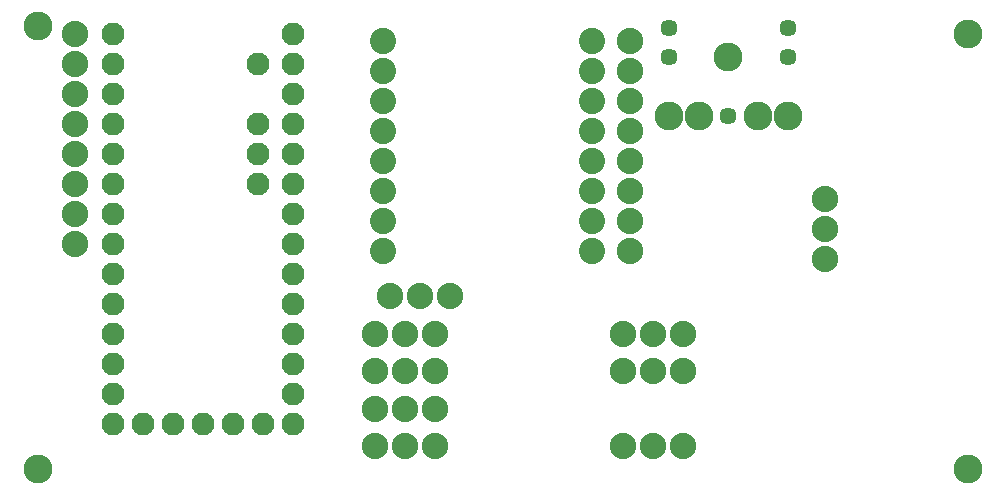
<source format=gbs>
G04 MADE WITH FRITZING*
G04 WWW.FRITZING.ORG*
G04 DOUBLE SIDED*
G04 HOLES PLATED*
G04 CONTOUR ON CENTER OF CONTOUR VECTOR*
%ASAXBY*%
%FSLAX23Y23*%
%MOIN*%
%OFA0B0*%
%SFA1.0B1.0*%
%ADD10C,0.076889*%
%ADD11C,0.087701*%
%ADD12C,0.096000*%
%ADD13C,0.057244*%
%ADD14C,0.088000*%
%ADD15C,0.096614*%
%ADD16R,0.001000X0.001000*%
%LNMASK0*%
G90*
G70*
G54D10*
X908Y214D03*
X908Y314D03*
X908Y414D03*
X908Y514D03*
X908Y614D03*
X908Y714D03*
X908Y814D03*
X908Y914D03*
X908Y1014D03*
X908Y1114D03*
X908Y1214D03*
X908Y1314D03*
X908Y1414D03*
X908Y1514D03*
X793Y1414D03*
X793Y1114D03*
X793Y1214D03*
X308Y214D03*
X308Y314D03*
X308Y414D03*
X308Y514D03*
X308Y614D03*
X308Y714D03*
X308Y814D03*
X308Y914D03*
X308Y1014D03*
X308Y1114D03*
X308Y1214D03*
X308Y1314D03*
X308Y1414D03*
X308Y1514D03*
X793Y1014D03*
X508Y214D03*
X408Y214D03*
X608Y214D03*
X808Y214D03*
X708Y214D03*
G54D11*
X1208Y1489D03*
X1208Y1389D03*
X1208Y1289D03*
X1208Y1189D03*
X1208Y1089D03*
X1208Y989D03*
X1208Y889D03*
X1208Y789D03*
X1907Y1489D03*
X1907Y1389D03*
X1907Y1289D03*
X1907Y1189D03*
X1907Y1089D03*
X1907Y989D03*
X1907Y889D03*
X1907Y789D03*
G54D12*
X2361Y1436D03*
X2459Y1239D03*
X2558Y1239D03*
X2262Y1239D03*
X2164Y1239D03*
G54D13*
X2558Y1436D03*
X2558Y1534D03*
X2164Y1534D03*
X2164Y1436D03*
X2361Y1239D03*
G54D14*
X2683Y764D03*
X2683Y864D03*
X2683Y964D03*
X1383Y389D03*
X1283Y389D03*
X1183Y389D03*
X2208Y514D03*
X2108Y514D03*
X2008Y514D03*
X1383Y514D03*
X1283Y514D03*
X1183Y514D03*
X2208Y389D03*
X2108Y389D03*
X2008Y389D03*
X1383Y139D03*
X1283Y139D03*
X1183Y139D03*
X1383Y264D03*
X1283Y264D03*
X1183Y264D03*
X2008Y139D03*
X2108Y139D03*
X2208Y139D03*
X183Y1514D03*
X183Y1414D03*
X183Y1314D03*
X183Y1214D03*
X183Y1114D03*
X183Y1014D03*
X183Y914D03*
X183Y814D03*
X2033Y1489D03*
X2033Y1389D03*
X2033Y1289D03*
X2033Y1189D03*
X2033Y1089D03*
X2033Y989D03*
X2033Y889D03*
X2033Y789D03*
X1433Y639D03*
X1333Y639D03*
X1233Y639D03*
G54D15*
X61Y64D03*
X61Y1539D03*
X3158Y64D03*
X3158Y1514D03*
G54D16*
D02*
G04 End of Mask0*
M02*
</source>
